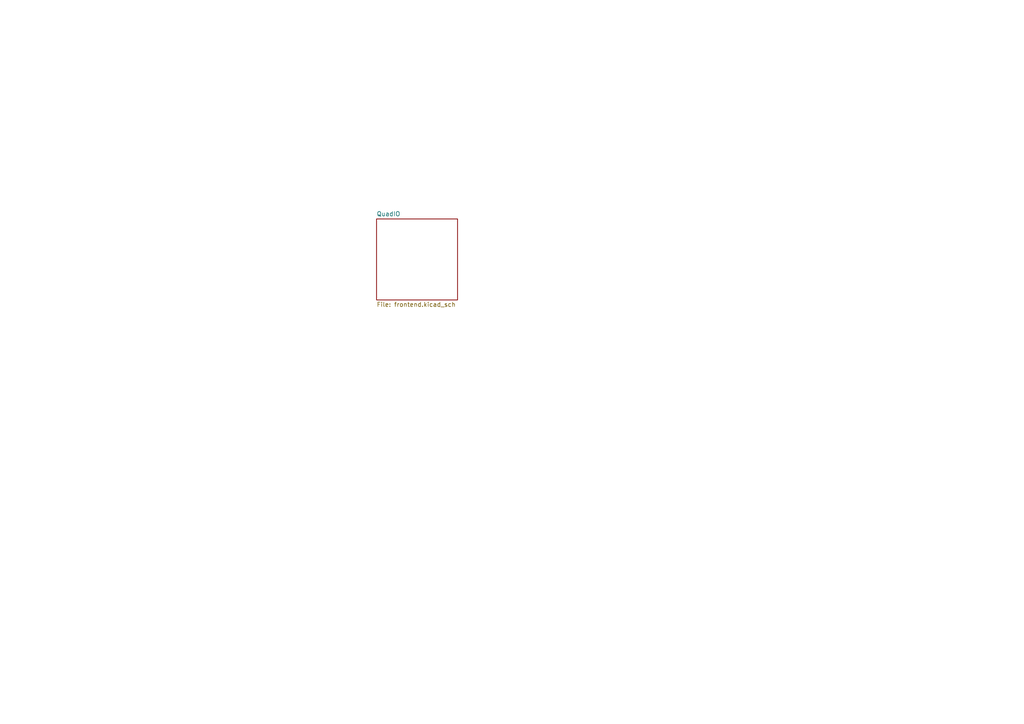
<source format=kicad_sch>
(kicad_sch (version 20230121) (generator eeschema)
  (paper "A4")
  (lib_symbols)
  (sheet (at 109.22 63.5) (size 23.495 23.495) (stroke (width 0.1524))
    (property "Sheetname" "QuadIO" (at 109.22 62.7884 0) (effects (justify left bottom)))
    (property "Sheetfile" "frontend.kicad_sch" (at 109.22 87.5796 0) (effects (justify left top)))
  )
)
</source>
